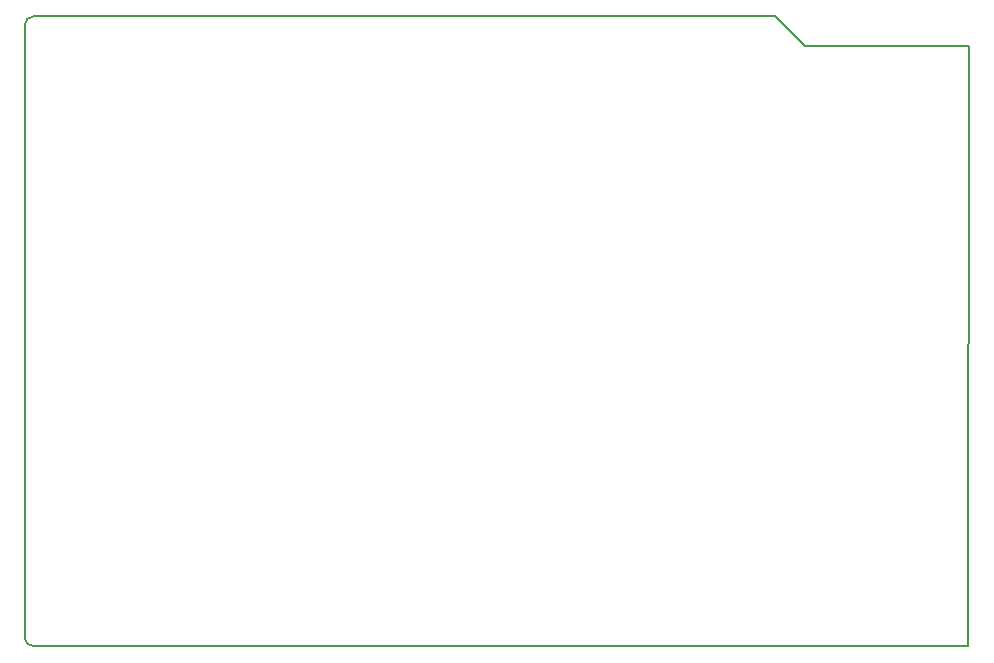
<source format=gbr>
%TF.GenerationSoftware,KiCad,Pcbnew,(6.0.6)*%
%TF.CreationDate,2022-07-08T17:21:04+08:00*%
%TF.ProjectId,Stepper,53746570-7065-4722-9e6b-696361645f70,rev?*%
%TF.SameCoordinates,Original*%
%TF.FileFunction,Profile,NP*%
%FSLAX46Y46*%
G04 Gerber Fmt 4.6, Leading zero omitted, Abs format (unit mm)*
G04 Created by KiCad (PCBNEW (6.0.6)) date 2022-07-08 17:21:04*
%MOMM*%
%LPD*%
G01*
G04 APERTURE LIST*
%TA.AperFunction,Profile*%
%ADD10C,0.150000*%
%TD*%
G04 APERTURE END LIST*
D10*
X100000000Y-99238000D02*
X100000000Y-47422000D01*
X180000000Y-49200000D02*
X179862364Y-100000000D01*
X165278000Y-100000000D02*
X100762000Y-100000000D01*
X100762000Y-46660000D02*
X163500000Y-46660000D01*
X100000000Y-99238000D02*
G75*
G03*
X100762000Y-100000000I762000J0D01*
G01*
X179862364Y-100000000D02*
X165278000Y-100000000D01*
X163500000Y-46660000D02*
X166040000Y-49200000D01*
X166040000Y-49200000D02*
X180000000Y-49200000D01*
X100762000Y-46660000D02*
G75*
G03*
X100000000Y-47422000I0J-762000D01*
G01*
M02*

</source>
